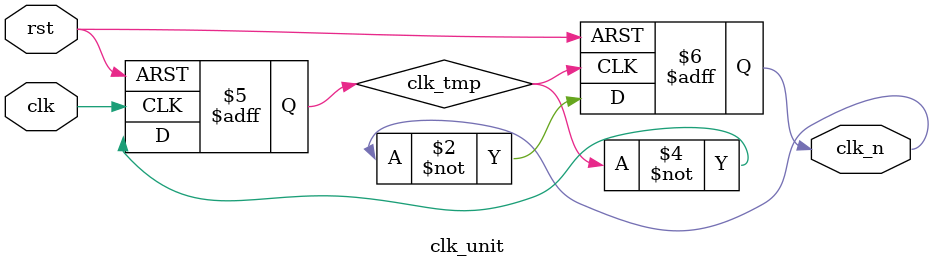
<source format=v>
module clk_unit(
	input clk,
	input rst,
	output reg clk_n  //div4
	);
	
    reg clk_tmp;//div2
    always @(posedge clk_tmp or posedge rst) begin
       if (rst)
        clk_n <= 0;
      else
        clk_n <= ~clk_n;
    end
    
    always @(posedge clk or posedge rst) begin
        if (rst)
            clk_tmp <= 0;
        else
            clk_tmp <= ~clk_tmp;
    end
endmodule
</source>
